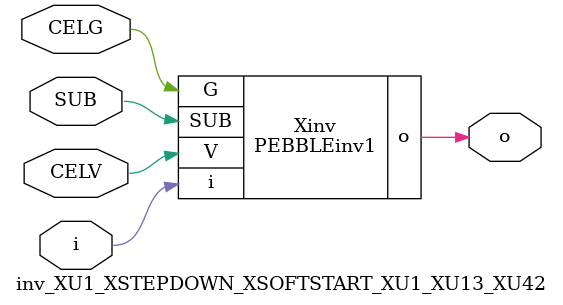
<source format=v>



module PEBBLEinv1 ( o, G, SUB, V, i );

  input V;
  input i;
  input G;
  output o;
  input SUB;
endmodule

//Celera Confidential Do Not Copy inv_XU1_XSTEPDOWN_XSOFTSTART_XU1_XU13_XU42
//Celera Confidential Symbol Generator
//5V Inverter
module inv_XU1_XSTEPDOWN_XSOFTSTART_XU1_XU13_XU42 (CELV,CELG,i,o,SUB);
input CELV;
input CELG;
input i;
input SUB;
output o;

//Celera Confidential Do Not Copy inv
PEBBLEinv1 Xinv(
.V (CELV),
.i (i),
.o (o),
.SUB (SUB),
.G (CELG)
);
//,diesize,PEBBLEinv1

//Celera Confidential Do Not Copy Module End
//Celera Schematic Generator
endmodule

</source>
